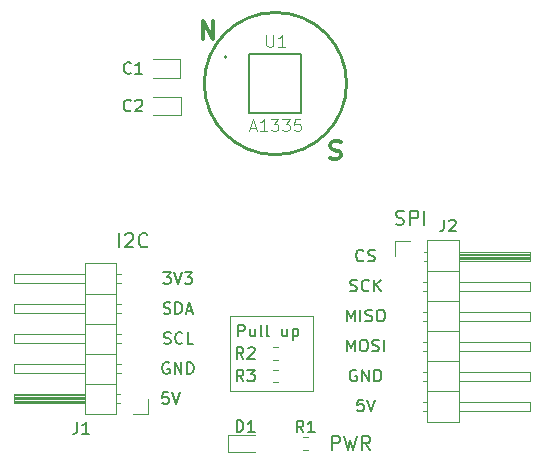
<source format=gbr>
%TF.GenerationSoftware,KiCad,Pcbnew,(5.1.9)-1*%
%TF.CreationDate,2021-03-29T15:47:30-03:00*%
%TF.ProjectId,1335_rev1,31333335-5f72-4657-9631-2e6b69636164,rev?*%
%TF.SameCoordinates,Original*%
%TF.FileFunction,Legend,Top*%
%TF.FilePolarity,Positive*%
%FSLAX46Y46*%
G04 Gerber Fmt 4.6, Leading zero omitted, Abs format (unit mm)*
G04 Created by KiCad (PCBNEW (5.1.9)-1) date 2021-03-29 15:47:30*
%MOMM*%
%LPD*%
G01*
G04 APERTURE LIST*
%ADD10C,0.120000*%
%ADD11C,0.200000*%
%ADD12C,0.150000*%
%ADD13C,0.300000*%
%ADD14C,0.250000*%
%ADD15C,0.127000*%
%ADD16C,0.100000*%
G04 APERTURE END LIST*
D10*
X146050000Y-86360000D02*
X139065000Y-86360000D01*
X146050000Y-92710000D02*
X146050000Y-86360000D01*
X144780000Y-92710000D02*
X146050000Y-92710000D01*
X139065000Y-92710000D02*
X144780000Y-92710000D01*
X139065000Y-86360000D02*
X139065000Y-92710000D01*
D11*
X153076428Y-78590714D02*
X153247857Y-78647857D01*
X153533571Y-78647857D01*
X153647857Y-78590714D01*
X153705000Y-78533571D01*
X153762142Y-78419285D01*
X153762142Y-78305000D01*
X153705000Y-78190714D01*
X153647857Y-78133571D01*
X153533571Y-78076428D01*
X153305000Y-78019285D01*
X153190714Y-77962142D01*
X153133571Y-77905000D01*
X153076428Y-77790714D01*
X153076428Y-77676428D01*
X153133571Y-77562142D01*
X153190714Y-77505000D01*
X153305000Y-77447857D01*
X153590714Y-77447857D01*
X153762142Y-77505000D01*
X154276428Y-78647857D02*
X154276428Y-77447857D01*
X154733571Y-77447857D01*
X154847857Y-77505000D01*
X154905000Y-77562142D01*
X154962142Y-77676428D01*
X154962142Y-77847857D01*
X154905000Y-77962142D01*
X154847857Y-78019285D01*
X154733571Y-78076428D01*
X154276428Y-78076428D01*
X155476428Y-78647857D02*
X155476428Y-77447857D01*
X129638571Y-80552857D02*
X129638571Y-79352857D01*
X130152857Y-79467142D02*
X130210000Y-79410000D01*
X130324285Y-79352857D01*
X130610000Y-79352857D01*
X130724285Y-79410000D01*
X130781428Y-79467142D01*
X130838571Y-79581428D01*
X130838571Y-79695714D01*
X130781428Y-79867142D01*
X130095714Y-80552857D01*
X130838571Y-80552857D01*
X132038571Y-80438571D02*
X131981428Y-80495714D01*
X131810000Y-80552857D01*
X131695714Y-80552857D01*
X131524285Y-80495714D01*
X131410000Y-80381428D01*
X131352857Y-80267142D01*
X131295714Y-80038571D01*
X131295714Y-79867142D01*
X131352857Y-79638571D01*
X131410000Y-79524285D01*
X131524285Y-79410000D01*
X131695714Y-79352857D01*
X131810000Y-79352857D01*
X131981428Y-79410000D01*
X132038571Y-79467142D01*
D12*
X139716190Y-88082380D02*
X139716190Y-87082380D01*
X140097142Y-87082380D01*
X140192380Y-87130000D01*
X140240000Y-87177619D01*
X140287619Y-87272857D01*
X140287619Y-87415714D01*
X140240000Y-87510952D01*
X140192380Y-87558571D01*
X140097142Y-87606190D01*
X139716190Y-87606190D01*
X141144761Y-87415714D02*
X141144761Y-88082380D01*
X140716190Y-87415714D02*
X140716190Y-87939523D01*
X140763809Y-88034761D01*
X140859047Y-88082380D01*
X141001904Y-88082380D01*
X141097142Y-88034761D01*
X141144761Y-87987142D01*
X141763809Y-88082380D02*
X141668571Y-88034761D01*
X141620952Y-87939523D01*
X141620952Y-87082380D01*
X142287619Y-88082380D02*
X142192380Y-88034761D01*
X142144761Y-87939523D01*
X142144761Y-87082380D01*
X143859047Y-87415714D02*
X143859047Y-88082380D01*
X143430476Y-87415714D02*
X143430476Y-87939523D01*
X143478095Y-88034761D01*
X143573333Y-88082380D01*
X143716190Y-88082380D01*
X143811428Y-88034761D01*
X143859047Y-87987142D01*
X144335238Y-87415714D02*
X144335238Y-88415714D01*
X144335238Y-87463333D02*
X144430476Y-87415714D01*
X144620952Y-87415714D01*
X144716190Y-87463333D01*
X144763809Y-87510952D01*
X144811428Y-87606190D01*
X144811428Y-87891904D01*
X144763809Y-87987142D01*
X144716190Y-88034761D01*
X144620952Y-88082380D01*
X144430476Y-88082380D01*
X144335238Y-88034761D01*
X149733095Y-90940000D02*
X149637857Y-90892380D01*
X149495000Y-90892380D01*
X149352142Y-90940000D01*
X149256904Y-91035238D01*
X149209285Y-91130476D01*
X149161666Y-91320952D01*
X149161666Y-91463809D01*
X149209285Y-91654285D01*
X149256904Y-91749523D01*
X149352142Y-91844761D01*
X149495000Y-91892380D01*
X149590238Y-91892380D01*
X149733095Y-91844761D01*
X149780714Y-91797142D01*
X149780714Y-91463809D01*
X149590238Y-91463809D01*
X150209285Y-91892380D02*
X150209285Y-90892380D01*
X150780714Y-91892380D01*
X150780714Y-90892380D01*
X151256904Y-91892380D02*
X151256904Y-90892380D01*
X151495000Y-90892380D01*
X151637857Y-90940000D01*
X151733095Y-91035238D01*
X151780714Y-91130476D01*
X151828333Y-91320952D01*
X151828333Y-91463809D01*
X151780714Y-91654285D01*
X151733095Y-91749523D01*
X151637857Y-91844761D01*
X151495000Y-91892380D01*
X151256904Y-91892380D01*
X150304523Y-93432380D02*
X149828333Y-93432380D01*
X149780714Y-93908571D01*
X149828333Y-93860952D01*
X149923571Y-93813333D01*
X150161666Y-93813333D01*
X150256904Y-93860952D01*
X150304523Y-93908571D01*
X150352142Y-94003809D01*
X150352142Y-94241904D01*
X150304523Y-94337142D01*
X150256904Y-94384761D01*
X150161666Y-94432380D01*
X149923571Y-94432380D01*
X149828333Y-94384761D01*
X149780714Y-94337142D01*
X150637857Y-93432380D02*
X150971190Y-94432380D01*
X151304523Y-93432380D01*
X133429523Y-88669761D02*
X133572380Y-88717380D01*
X133810476Y-88717380D01*
X133905714Y-88669761D01*
X133953333Y-88622142D01*
X134000952Y-88526904D01*
X134000952Y-88431666D01*
X133953333Y-88336428D01*
X133905714Y-88288809D01*
X133810476Y-88241190D01*
X133620000Y-88193571D01*
X133524761Y-88145952D01*
X133477142Y-88098333D01*
X133429523Y-88003095D01*
X133429523Y-87907857D01*
X133477142Y-87812619D01*
X133524761Y-87765000D01*
X133620000Y-87717380D01*
X133858095Y-87717380D01*
X134000952Y-87765000D01*
X135000952Y-88622142D02*
X134953333Y-88669761D01*
X134810476Y-88717380D01*
X134715238Y-88717380D01*
X134572380Y-88669761D01*
X134477142Y-88574523D01*
X134429523Y-88479285D01*
X134381904Y-88288809D01*
X134381904Y-88145952D01*
X134429523Y-87955476D01*
X134477142Y-87860238D01*
X134572380Y-87765000D01*
X134715238Y-87717380D01*
X134810476Y-87717380D01*
X134953333Y-87765000D01*
X135000952Y-87812619D01*
X135905714Y-88717380D02*
X135429523Y-88717380D01*
X135429523Y-87717380D01*
X133405714Y-86129761D02*
X133548571Y-86177380D01*
X133786666Y-86177380D01*
X133881904Y-86129761D01*
X133929523Y-86082142D01*
X133977142Y-85986904D01*
X133977142Y-85891666D01*
X133929523Y-85796428D01*
X133881904Y-85748809D01*
X133786666Y-85701190D01*
X133596190Y-85653571D01*
X133500952Y-85605952D01*
X133453333Y-85558333D01*
X133405714Y-85463095D01*
X133405714Y-85367857D01*
X133453333Y-85272619D01*
X133500952Y-85225000D01*
X133596190Y-85177380D01*
X133834285Y-85177380D01*
X133977142Y-85225000D01*
X134405714Y-86177380D02*
X134405714Y-85177380D01*
X134643809Y-85177380D01*
X134786666Y-85225000D01*
X134881904Y-85320238D01*
X134929523Y-85415476D01*
X134977142Y-85605952D01*
X134977142Y-85748809D01*
X134929523Y-85939285D01*
X134881904Y-86034523D01*
X134786666Y-86129761D01*
X134643809Y-86177380D01*
X134405714Y-86177380D01*
X135358095Y-85891666D02*
X135834285Y-85891666D01*
X135262857Y-86177380D02*
X135596190Y-85177380D01*
X135929523Y-86177380D01*
X133794523Y-92797380D02*
X133318333Y-92797380D01*
X133270714Y-93273571D01*
X133318333Y-93225952D01*
X133413571Y-93178333D01*
X133651666Y-93178333D01*
X133746904Y-93225952D01*
X133794523Y-93273571D01*
X133842142Y-93368809D01*
X133842142Y-93606904D01*
X133794523Y-93702142D01*
X133746904Y-93749761D01*
X133651666Y-93797380D01*
X133413571Y-93797380D01*
X133318333Y-93749761D01*
X133270714Y-93702142D01*
X134127857Y-92797380D02*
X134461190Y-93797380D01*
X134794523Y-92797380D01*
X149209285Y-84224761D02*
X149352142Y-84272380D01*
X149590238Y-84272380D01*
X149685476Y-84224761D01*
X149733095Y-84177142D01*
X149780714Y-84081904D01*
X149780714Y-83986666D01*
X149733095Y-83891428D01*
X149685476Y-83843809D01*
X149590238Y-83796190D01*
X149399761Y-83748571D01*
X149304523Y-83700952D01*
X149256904Y-83653333D01*
X149209285Y-83558095D01*
X149209285Y-83462857D01*
X149256904Y-83367619D01*
X149304523Y-83320000D01*
X149399761Y-83272380D01*
X149637857Y-83272380D01*
X149780714Y-83320000D01*
X150780714Y-84177142D02*
X150733095Y-84224761D01*
X150590238Y-84272380D01*
X150495000Y-84272380D01*
X150352142Y-84224761D01*
X150256904Y-84129523D01*
X150209285Y-84034285D01*
X150161666Y-83843809D01*
X150161666Y-83700952D01*
X150209285Y-83510476D01*
X150256904Y-83415238D01*
X150352142Y-83320000D01*
X150495000Y-83272380D01*
X150590238Y-83272380D01*
X150733095Y-83320000D01*
X150780714Y-83367619D01*
X151209285Y-84272380D02*
X151209285Y-83272380D01*
X151780714Y-84272380D02*
X151352142Y-83700952D01*
X151780714Y-83272380D02*
X151209285Y-83843809D01*
X150328333Y-81637142D02*
X150280714Y-81684761D01*
X150137857Y-81732380D01*
X150042619Y-81732380D01*
X149899761Y-81684761D01*
X149804523Y-81589523D01*
X149756904Y-81494285D01*
X149709285Y-81303809D01*
X149709285Y-81160952D01*
X149756904Y-80970476D01*
X149804523Y-80875238D01*
X149899761Y-80780000D01*
X150042619Y-80732380D01*
X150137857Y-80732380D01*
X150280714Y-80780000D01*
X150328333Y-80827619D01*
X150709285Y-81684761D02*
X150852142Y-81732380D01*
X151090238Y-81732380D01*
X151185476Y-81684761D01*
X151233095Y-81637142D01*
X151280714Y-81541904D01*
X151280714Y-81446666D01*
X151233095Y-81351428D01*
X151185476Y-81303809D01*
X151090238Y-81256190D01*
X150899761Y-81208571D01*
X150804523Y-81160952D01*
X150756904Y-81113333D01*
X150709285Y-81018095D01*
X150709285Y-80922857D01*
X150756904Y-80827619D01*
X150804523Y-80780000D01*
X150899761Y-80732380D01*
X151137857Y-80732380D01*
X151280714Y-80780000D01*
X148923571Y-86812380D02*
X148923571Y-85812380D01*
X149256904Y-86526666D01*
X149590238Y-85812380D01*
X149590238Y-86812380D01*
X150066428Y-86812380D02*
X150066428Y-85812380D01*
X150495000Y-86764761D02*
X150637857Y-86812380D01*
X150875952Y-86812380D01*
X150971190Y-86764761D01*
X151018809Y-86717142D01*
X151066428Y-86621904D01*
X151066428Y-86526666D01*
X151018809Y-86431428D01*
X150971190Y-86383809D01*
X150875952Y-86336190D01*
X150685476Y-86288571D01*
X150590238Y-86240952D01*
X150542619Y-86193333D01*
X150495000Y-86098095D01*
X150495000Y-86002857D01*
X150542619Y-85907619D01*
X150590238Y-85860000D01*
X150685476Y-85812380D01*
X150923571Y-85812380D01*
X151066428Y-85860000D01*
X151685476Y-85812380D02*
X151875952Y-85812380D01*
X151971190Y-85860000D01*
X152066428Y-85955238D01*
X152114047Y-86145714D01*
X152114047Y-86479047D01*
X152066428Y-86669523D01*
X151971190Y-86764761D01*
X151875952Y-86812380D01*
X151685476Y-86812380D01*
X151590238Y-86764761D01*
X151495000Y-86669523D01*
X151447380Y-86479047D01*
X151447380Y-86145714D01*
X151495000Y-85955238D01*
X151590238Y-85860000D01*
X151685476Y-85812380D01*
X148923571Y-89352380D02*
X148923571Y-88352380D01*
X149256904Y-89066666D01*
X149590238Y-88352380D01*
X149590238Y-89352380D01*
X150256904Y-88352380D02*
X150447380Y-88352380D01*
X150542619Y-88400000D01*
X150637857Y-88495238D01*
X150685476Y-88685714D01*
X150685476Y-89019047D01*
X150637857Y-89209523D01*
X150542619Y-89304761D01*
X150447380Y-89352380D01*
X150256904Y-89352380D01*
X150161666Y-89304761D01*
X150066428Y-89209523D01*
X150018809Y-89019047D01*
X150018809Y-88685714D01*
X150066428Y-88495238D01*
X150161666Y-88400000D01*
X150256904Y-88352380D01*
X151066428Y-89304761D02*
X151209285Y-89352380D01*
X151447380Y-89352380D01*
X151542619Y-89304761D01*
X151590238Y-89257142D01*
X151637857Y-89161904D01*
X151637857Y-89066666D01*
X151590238Y-88971428D01*
X151542619Y-88923809D01*
X151447380Y-88876190D01*
X151256904Y-88828571D01*
X151161666Y-88780952D01*
X151114047Y-88733333D01*
X151066428Y-88638095D01*
X151066428Y-88542857D01*
X151114047Y-88447619D01*
X151161666Y-88400000D01*
X151256904Y-88352380D01*
X151495000Y-88352380D01*
X151637857Y-88400000D01*
X152066428Y-89352380D02*
X152066428Y-88352380D01*
X133858095Y-90305000D02*
X133762857Y-90257380D01*
X133620000Y-90257380D01*
X133477142Y-90305000D01*
X133381904Y-90400238D01*
X133334285Y-90495476D01*
X133286666Y-90685952D01*
X133286666Y-90828809D01*
X133334285Y-91019285D01*
X133381904Y-91114523D01*
X133477142Y-91209761D01*
X133620000Y-91257380D01*
X133715238Y-91257380D01*
X133858095Y-91209761D01*
X133905714Y-91162142D01*
X133905714Y-90828809D01*
X133715238Y-90828809D01*
X134334285Y-91257380D02*
X134334285Y-90257380D01*
X134905714Y-91257380D01*
X134905714Y-90257380D01*
X135381904Y-91257380D02*
X135381904Y-90257380D01*
X135620000Y-90257380D01*
X135762857Y-90305000D01*
X135858095Y-90400238D01*
X135905714Y-90495476D01*
X135953333Y-90685952D01*
X135953333Y-90828809D01*
X135905714Y-91019285D01*
X135858095Y-91114523D01*
X135762857Y-91209761D01*
X135620000Y-91257380D01*
X135381904Y-91257380D01*
X133381904Y-82637380D02*
X134000952Y-82637380D01*
X133667619Y-83018333D01*
X133810476Y-83018333D01*
X133905714Y-83065952D01*
X133953333Y-83113571D01*
X134000952Y-83208809D01*
X134000952Y-83446904D01*
X133953333Y-83542142D01*
X133905714Y-83589761D01*
X133810476Y-83637380D01*
X133524761Y-83637380D01*
X133429523Y-83589761D01*
X133381904Y-83542142D01*
X134286666Y-82637380D02*
X134620000Y-83637380D01*
X134953333Y-82637380D01*
X135191428Y-82637380D02*
X135810476Y-82637380D01*
X135477142Y-83018333D01*
X135620000Y-83018333D01*
X135715238Y-83065952D01*
X135762857Y-83113571D01*
X135810476Y-83208809D01*
X135810476Y-83446904D01*
X135762857Y-83542142D01*
X135715238Y-83589761D01*
X135620000Y-83637380D01*
X135334285Y-83637380D01*
X135239047Y-83589761D01*
X135191428Y-83542142D01*
D13*
X147526428Y-72997142D02*
X147740714Y-73068571D01*
X148097857Y-73068571D01*
X148240714Y-72997142D01*
X148312142Y-72925714D01*
X148383571Y-72782857D01*
X148383571Y-72640000D01*
X148312142Y-72497142D01*
X148240714Y-72425714D01*
X148097857Y-72354285D01*
X147812142Y-72282857D01*
X147669285Y-72211428D01*
X147597857Y-72140000D01*
X147526428Y-71997142D01*
X147526428Y-71854285D01*
X147597857Y-71711428D01*
X147669285Y-71640000D01*
X147812142Y-71568571D01*
X148169285Y-71568571D01*
X148383571Y-71640000D01*
X136731428Y-62908571D02*
X136731428Y-61408571D01*
X137588571Y-62908571D01*
X137588571Y-61408571D01*
D11*
X147625000Y-97697857D02*
X147625000Y-96497857D01*
X148082142Y-96497857D01*
X148196428Y-96555000D01*
X148253571Y-96612142D01*
X148310714Y-96726428D01*
X148310714Y-96897857D01*
X148253571Y-97012142D01*
X148196428Y-97069285D01*
X148082142Y-97126428D01*
X147625000Y-97126428D01*
X148710714Y-96497857D02*
X148996428Y-97697857D01*
X149225000Y-96840714D01*
X149453571Y-97697857D01*
X149739285Y-96497857D01*
X150882142Y-97697857D02*
X150482142Y-97126428D01*
X150196428Y-97697857D02*
X150196428Y-96497857D01*
X150653571Y-96497857D01*
X150767857Y-96555000D01*
X150825000Y-96612142D01*
X150882142Y-96726428D01*
X150882142Y-96897857D01*
X150825000Y-97012142D01*
X150767857Y-97069285D01*
X150653571Y-97126428D01*
X150196428Y-97126428D01*
D14*
X148899139Y-66675000D02*
G75*
G03*
X148899139Y-66675000I-6024139J0D01*
G01*
D10*
%TO.C,J1*%
X132080000Y-94615000D02*
X130810000Y-94615000D01*
X132080000Y-93345000D02*
X132080000Y-94615000D01*
X129767071Y-82805000D02*
X129370000Y-82805000D01*
X129767071Y-83565000D02*
X129370000Y-83565000D01*
X120710000Y-82805000D02*
X126710000Y-82805000D01*
X120710000Y-83565000D02*
X120710000Y-82805000D01*
X126710000Y-83565000D02*
X120710000Y-83565000D01*
X129370000Y-84455000D02*
X126710000Y-84455000D01*
X129767071Y-85345000D02*
X129370000Y-85345000D01*
X129767071Y-86105000D02*
X129370000Y-86105000D01*
X120710000Y-85345000D02*
X126710000Y-85345000D01*
X120710000Y-86105000D02*
X120710000Y-85345000D01*
X126710000Y-86105000D02*
X120710000Y-86105000D01*
X129370000Y-86995000D02*
X126710000Y-86995000D01*
X129767071Y-87885000D02*
X129370000Y-87885000D01*
X129767071Y-88645000D02*
X129370000Y-88645000D01*
X120710000Y-87885000D02*
X126710000Y-87885000D01*
X120710000Y-88645000D02*
X120710000Y-87885000D01*
X126710000Y-88645000D02*
X120710000Y-88645000D01*
X129370000Y-89535000D02*
X126710000Y-89535000D01*
X129767071Y-90425000D02*
X129370000Y-90425000D01*
X129767071Y-91185000D02*
X129370000Y-91185000D01*
X120710000Y-90425000D02*
X126710000Y-90425000D01*
X120710000Y-91185000D02*
X120710000Y-90425000D01*
X126710000Y-91185000D02*
X120710000Y-91185000D01*
X129370000Y-92075000D02*
X126710000Y-92075000D01*
X129700000Y-92965000D02*
X129370000Y-92965000D01*
X129700000Y-93725000D02*
X129370000Y-93725000D01*
X126710000Y-93065000D02*
X120710000Y-93065000D01*
X126710000Y-93185000D02*
X120710000Y-93185000D01*
X126710000Y-93305000D02*
X120710000Y-93305000D01*
X126710000Y-93425000D02*
X120710000Y-93425000D01*
X126710000Y-93545000D02*
X120710000Y-93545000D01*
X126710000Y-93665000D02*
X120710000Y-93665000D01*
X120710000Y-92965000D02*
X126710000Y-92965000D01*
X120710000Y-93725000D02*
X120710000Y-92965000D01*
X126710000Y-93725000D02*
X120710000Y-93725000D01*
X126710000Y-94675000D02*
X129370000Y-94675000D01*
X126710000Y-81855000D02*
X126710000Y-94675000D01*
X129370000Y-81855000D02*
X126710000Y-81855000D01*
X129370000Y-94675000D02*
X129370000Y-81855000D01*
%TO.C,J2*%
X153035000Y-80010000D02*
X154305000Y-80010000D01*
X153035000Y-81280000D02*
X153035000Y-80010000D01*
X155347929Y-94360000D02*
X155745000Y-94360000D01*
X155347929Y-93600000D02*
X155745000Y-93600000D01*
X164405000Y-94360000D02*
X158405000Y-94360000D01*
X164405000Y-93600000D02*
X164405000Y-94360000D01*
X158405000Y-93600000D02*
X164405000Y-93600000D01*
X155745000Y-92710000D02*
X158405000Y-92710000D01*
X155347929Y-91820000D02*
X155745000Y-91820000D01*
X155347929Y-91060000D02*
X155745000Y-91060000D01*
X164405000Y-91820000D02*
X158405000Y-91820000D01*
X164405000Y-91060000D02*
X164405000Y-91820000D01*
X158405000Y-91060000D02*
X164405000Y-91060000D01*
X155745000Y-90170000D02*
X158405000Y-90170000D01*
X155347929Y-89280000D02*
X155745000Y-89280000D01*
X155347929Y-88520000D02*
X155745000Y-88520000D01*
X164405000Y-89280000D02*
X158405000Y-89280000D01*
X164405000Y-88520000D02*
X164405000Y-89280000D01*
X158405000Y-88520000D02*
X164405000Y-88520000D01*
X155745000Y-87630000D02*
X158405000Y-87630000D01*
X155347929Y-86740000D02*
X155745000Y-86740000D01*
X155347929Y-85980000D02*
X155745000Y-85980000D01*
X164405000Y-86740000D02*
X158405000Y-86740000D01*
X164405000Y-85980000D02*
X164405000Y-86740000D01*
X158405000Y-85980000D02*
X164405000Y-85980000D01*
X155745000Y-85090000D02*
X158405000Y-85090000D01*
X155347929Y-84200000D02*
X155745000Y-84200000D01*
X155347929Y-83440000D02*
X155745000Y-83440000D01*
X164405000Y-84200000D02*
X158405000Y-84200000D01*
X164405000Y-83440000D02*
X164405000Y-84200000D01*
X158405000Y-83440000D02*
X164405000Y-83440000D01*
X155745000Y-82550000D02*
X158405000Y-82550000D01*
X155415000Y-81660000D02*
X155745000Y-81660000D01*
X155415000Y-80900000D02*
X155745000Y-80900000D01*
X158405000Y-81560000D02*
X164405000Y-81560000D01*
X158405000Y-81440000D02*
X164405000Y-81440000D01*
X158405000Y-81320000D02*
X164405000Y-81320000D01*
X158405000Y-81200000D02*
X164405000Y-81200000D01*
X158405000Y-81080000D02*
X164405000Y-81080000D01*
X158405000Y-80960000D02*
X164405000Y-80960000D01*
X164405000Y-81660000D02*
X158405000Y-81660000D01*
X164405000Y-80900000D02*
X164405000Y-81660000D01*
X158405000Y-80900000D02*
X164405000Y-80900000D01*
X158405000Y-79950000D02*
X155745000Y-79950000D01*
X158405000Y-95310000D02*
X158405000Y-79950000D01*
X155745000Y-95310000D02*
X158405000Y-95310000D01*
X155745000Y-79950000D02*
X155745000Y-95310000D01*
%TO.C,R1*%
X145652258Y-97677500D02*
X145177742Y-97677500D01*
X145652258Y-96632500D02*
X145177742Y-96632500D01*
%TO.C,R3*%
X142637742Y-91962500D02*
X143112258Y-91962500D01*
X142637742Y-90917500D02*
X143112258Y-90917500D01*
%TO.C,R2*%
X142637742Y-90057500D02*
X143112258Y-90057500D01*
X142637742Y-89012500D02*
X143112258Y-89012500D01*
%TO.C,D1*%
X141135000Y-96420000D02*
X138850000Y-96420000D01*
X138850000Y-96420000D02*
X138850000Y-97890000D01*
X138850000Y-97890000D02*
X141135000Y-97890000D01*
%TO.C,C2*%
X132550000Y-69365000D02*
X134860000Y-69365000D01*
X134860000Y-69365000D02*
X134860000Y-67795000D01*
X134860000Y-67795000D02*
X132550000Y-67795000D01*
%TO.C,C1*%
X134782500Y-64620000D02*
X132472500Y-64620000D01*
X134782500Y-66190000D02*
X134782500Y-64620000D01*
X132472500Y-66190000D02*
X134782500Y-66190000D01*
D15*
%TO.C,U1*%
X145075000Y-64175000D02*
X145075000Y-69175000D01*
X140675000Y-64175000D02*
X140675000Y-69175000D01*
X140675000Y-69175000D02*
X145075000Y-69175000D01*
X140675000Y-64175000D02*
X145075000Y-64175000D01*
D11*
X138735000Y-64415000D02*
G75*
G03*
X138735000Y-64415000I-100000J0D01*
G01*
%TO.C,J1*%
D12*
X126091666Y-95337380D02*
X126091666Y-96051666D01*
X126044047Y-96194523D01*
X125948809Y-96289761D01*
X125805952Y-96337380D01*
X125710714Y-96337380D01*
X127091666Y-96337380D02*
X126520238Y-96337380D01*
X126805952Y-96337380D02*
X126805952Y-95337380D01*
X126710714Y-95480238D01*
X126615476Y-95575476D01*
X126520238Y-95623095D01*
%TO.C,J2*%
X157146666Y-78192380D02*
X157146666Y-78906666D01*
X157099047Y-79049523D01*
X157003809Y-79144761D01*
X156860952Y-79192380D01*
X156765714Y-79192380D01*
X157575238Y-78287619D02*
X157622857Y-78240000D01*
X157718095Y-78192380D01*
X157956190Y-78192380D01*
X158051428Y-78240000D01*
X158099047Y-78287619D01*
X158146666Y-78382857D01*
X158146666Y-78478095D01*
X158099047Y-78620952D01*
X157527619Y-79192380D01*
X158146666Y-79192380D01*
%TO.C,R1*%
X145248333Y-96210380D02*
X144915000Y-95734190D01*
X144676904Y-96210380D02*
X144676904Y-95210380D01*
X145057857Y-95210380D01*
X145153095Y-95258000D01*
X145200714Y-95305619D01*
X145248333Y-95400857D01*
X145248333Y-95543714D01*
X145200714Y-95638952D01*
X145153095Y-95686571D01*
X145057857Y-95734190D01*
X144676904Y-95734190D01*
X146200714Y-96210380D02*
X145629285Y-96210380D01*
X145915000Y-96210380D02*
X145915000Y-95210380D01*
X145819761Y-95353238D01*
X145724523Y-95448476D01*
X145629285Y-95496095D01*
%TO.C,R3*%
X140168333Y-91892380D02*
X139835000Y-91416190D01*
X139596904Y-91892380D02*
X139596904Y-90892380D01*
X139977857Y-90892380D01*
X140073095Y-90940000D01*
X140120714Y-90987619D01*
X140168333Y-91082857D01*
X140168333Y-91225714D01*
X140120714Y-91320952D01*
X140073095Y-91368571D01*
X139977857Y-91416190D01*
X139596904Y-91416190D01*
X140501666Y-90892380D02*
X141120714Y-90892380D01*
X140787380Y-91273333D01*
X140930238Y-91273333D01*
X141025476Y-91320952D01*
X141073095Y-91368571D01*
X141120714Y-91463809D01*
X141120714Y-91701904D01*
X141073095Y-91797142D01*
X141025476Y-91844761D01*
X140930238Y-91892380D01*
X140644523Y-91892380D01*
X140549285Y-91844761D01*
X140501666Y-91797142D01*
%TO.C,R2*%
X140168333Y-89987380D02*
X139835000Y-89511190D01*
X139596904Y-89987380D02*
X139596904Y-88987380D01*
X139977857Y-88987380D01*
X140073095Y-89035000D01*
X140120714Y-89082619D01*
X140168333Y-89177857D01*
X140168333Y-89320714D01*
X140120714Y-89415952D01*
X140073095Y-89463571D01*
X139977857Y-89511190D01*
X139596904Y-89511190D01*
X140549285Y-89082619D02*
X140596904Y-89035000D01*
X140692142Y-88987380D01*
X140930238Y-88987380D01*
X141025476Y-89035000D01*
X141073095Y-89082619D01*
X141120714Y-89177857D01*
X141120714Y-89273095D01*
X141073095Y-89415952D01*
X140501666Y-89987380D01*
X141120714Y-89987380D01*
%TO.C,D1*%
X139596904Y-96177380D02*
X139596904Y-95177380D01*
X139835000Y-95177380D01*
X139977857Y-95225000D01*
X140073095Y-95320238D01*
X140120714Y-95415476D01*
X140168333Y-95605952D01*
X140168333Y-95748809D01*
X140120714Y-95939285D01*
X140073095Y-96034523D01*
X139977857Y-96129761D01*
X139835000Y-96177380D01*
X139596904Y-96177380D01*
X141120714Y-96177380D02*
X140549285Y-96177380D01*
X140835000Y-96177380D02*
X140835000Y-95177380D01*
X140739761Y-95320238D01*
X140644523Y-95415476D01*
X140549285Y-95463095D01*
%TO.C,C2*%
X130643333Y-68937142D02*
X130595714Y-68984761D01*
X130452857Y-69032380D01*
X130357619Y-69032380D01*
X130214761Y-68984761D01*
X130119523Y-68889523D01*
X130071904Y-68794285D01*
X130024285Y-68603809D01*
X130024285Y-68460952D01*
X130071904Y-68270476D01*
X130119523Y-68175238D01*
X130214761Y-68080000D01*
X130357619Y-68032380D01*
X130452857Y-68032380D01*
X130595714Y-68080000D01*
X130643333Y-68127619D01*
X131024285Y-68127619D02*
X131071904Y-68080000D01*
X131167142Y-68032380D01*
X131405238Y-68032380D01*
X131500476Y-68080000D01*
X131548095Y-68127619D01*
X131595714Y-68222857D01*
X131595714Y-68318095D01*
X131548095Y-68460952D01*
X130976666Y-69032380D01*
X131595714Y-69032380D01*
%TO.C,C1*%
X130643333Y-65762142D02*
X130595714Y-65809761D01*
X130452857Y-65857380D01*
X130357619Y-65857380D01*
X130214761Y-65809761D01*
X130119523Y-65714523D01*
X130071904Y-65619285D01*
X130024285Y-65428809D01*
X130024285Y-65285952D01*
X130071904Y-65095476D01*
X130119523Y-65000238D01*
X130214761Y-64905000D01*
X130357619Y-64857380D01*
X130452857Y-64857380D01*
X130595714Y-64905000D01*
X130643333Y-64952619D01*
X131595714Y-65857380D02*
X131024285Y-65857380D01*
X131310000Y-65857380D02*
X131310000Y-64857380D01*
X131214761Y-65000238D01*
X131119523Y-65095476D01*
X131024285Y-65143095D01*
%TO.C,U1*%
D16*
X142113095Y-62571380D02*
X142113095Y-63380904D01*
X142160714Y-63476142D01*
X142208333Y-63523761D01*
X142303571Y-63571380D01*
X142494047Y-63571380D01*
X142589285Y-63523761D01*
X142636904Y-63476142D01*
X142684523Y-63380904D01*
X142684523Y-62571380D01*
X143684523Y-63571380D02*
X143113095Y-63571380D01*
X143398809Y-63571380D02*
X143398809Y-62571380D01*
X143303571Y-62714238D01*
X143208333Y-62809476D01*
X143113095Y-62857095D01*
X140732142Y-70397666D02*
X141208333Y-70397666D01*
X140636904Y-70683380D02*
X140970238Y-69683380D01*
X141303571Y-70683380D01*
X142160714Y-70683380D02*
X141589285Y-70683380D01*
X141875000Y-70683380D02*
X141875000Y-69683380D01*
X141779761Y-69826238D01*
X141684523Y-69921476D01*
X141589285Y-69969095D01*
X142494047Y-69683380D02*
X143113095Y-69683380D01*
X142779761Y-70064333D01*
X142922619Y-70064333D01*
X143017857Y-70111952D01*
X143065476Y-70159571D01*
X143113095Y-70254809D01*
X143113095Y-70492904D01*
X143065476Y-70588142D01*
X143017857Y-70635761D01*
X142922619Y-70683380D01*
X142636904Y-70683380D01*
X142541666Y-70635761D01*
X142494047Y-70588142D01*
X143446428Y-69683380D02*
X144065476Y-69683380D01*
X143732142Y-70064333D01*
X143875000Y-70064333D01*
X143970238Y-70111952D01*
X144017857Y-70159571D01*
X144065476Y-70254809D01*
X144065476Y-70492904D01*
X144017857Y-70588142D01*
X143970238Y-70635761D01*
X143875000Y-70683380D01*
X143589285Y-70683380D01*
X143494047Y-70635761D01*
X143446428Y-70588142D01*
X144970238Y-69683380D02*
X144494047Y-69683380D01*
X144446428Y-70159571D01*
X144494047Y-70111952D01*
X144589285Y-70064333D01*
X144827380Y-70064333D01*
X144922619Y-70111952D01*
X144970238Y-70159571D01*
X145017857Y-70254809D01*
X145017857Y-70492904D01*
X144970238Y-70588142D01*
X144922619Y-70635761D01*
X144827380Y-70683380D01*
X144589285Y-70683380D01*
X144494047Y-70635761D01*
X144446428Y-70588142D01*
%TD*%
M02*

</source>
